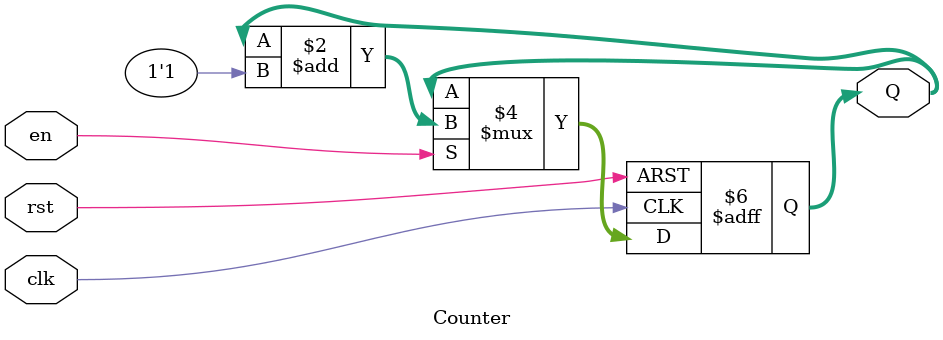
<source format=sv>
module Counter #(parameter N = 8)(input clk, rst, en,
											output logic [N-1:0] Q);

always_ff @ (negedge clk or posedge rst)
	if (rst) Q = 8'h00;
	else
		if (en) Q = Q + 1'b1;
											
endmodule						
</source>
